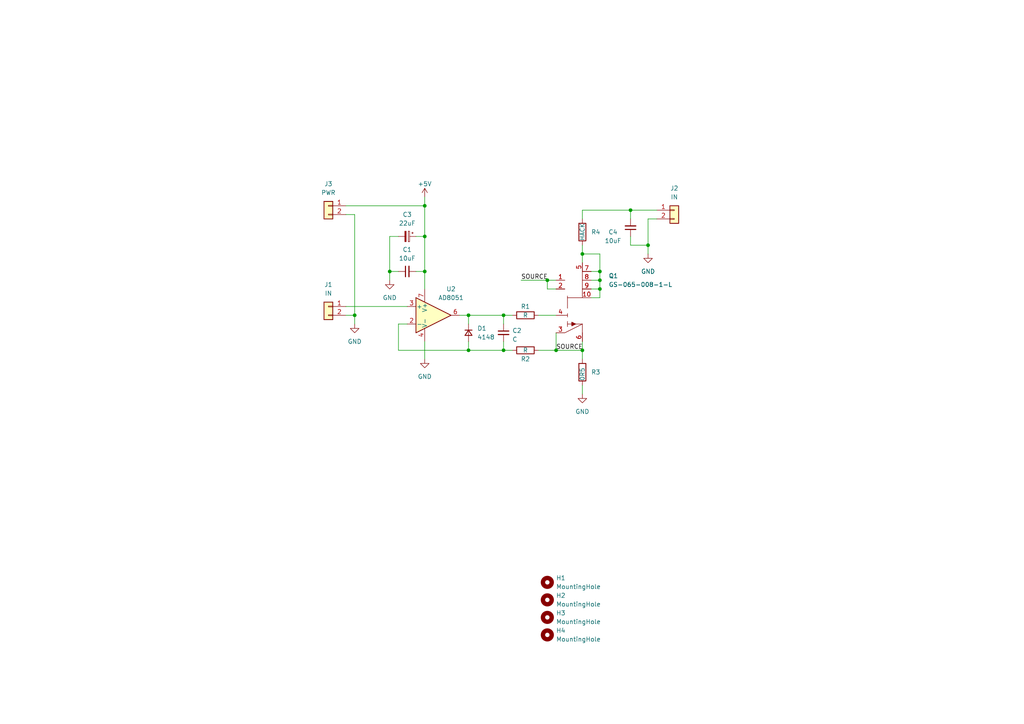
<source format=kicad_sch>
(kicad_sch (version 20230121) (generator eeschema)
  (paper "A4")
  (lib_symbols
    (symbol "Connector_Generic:Conn_01x02" (pin_names (offset 1.016) hide)
      (property "Reference" "J" (at 0 2.54 0))
      (property "Value" "Conn_01x02" (at 0 -5.08 0))
      (symbol "Conn_01x02_1_1"
        (rectangle (start -1.27 -2.413) (end 0 -2.667) (stroke (width 0.1524)))
        (rectangle (start -1.27 0.127) (end 0 -0.127) (stroke (width 0.1524)))
        (rectangle (start -1.27 1.27) (end 1.27 -3.81) (stroke (width 0.254)) (fill (type background)))
        (pin passive line (at -5.08 0 0) (length 3.81) (name "Pin_1") (number "1"))
        (pin passive line (at -5.08 -2.54 0) (length 3.81) (name "Pin_2") (number "2"))
      )
    )
    (symbol "Device:C_Polarized_Small" (pin_numbers hide) (pin_names (offset 0.254) hide)
      (property "Reference" "C" (at 0.254 1.778 0))
      (property "Value" "C_Polarized_Small" (at 0.254 -2.032 0))
      (symbol "C_Polarized_Small_0_1"
        (rectangle (start -1.524 -0.3048) (end 1.524 -0.6858) (fill (type outline)))
        (rectangle (start -1.524 0.6858) (end 1.524 0.3048))
        (polyline (pts (xy -1.27 1.524) (xy -0.762 1.524)))
        (polyline (pts (xy -1.016 1.27) (xy -1.016 1.778)))
      )
      (symbol "C_Polarized_Small_1_1"
        (pin passive line (at 0 2.54 270) (length 1.8542) (name "~") (number "1"))
        (pin passive line (at 0 -2.54 90) (length 1.8542) (name "~") (number "2"))
      )
    )
    (symbol "Device:C_Small" (pin_numbers hide) (pin_names (offset 0.254) hide)
      (property "Reference" "C" (at 0.254 1.778 0))
      (property "Value" "C_Small" (at 0.254 -2.032 0))
      (symbol "C_Small_0_1"
        (polyline (pts (xy -1.524 -0.508) (xy 1.524 -0.508)) (stroke (width 0.3302)))
        (polyline (pts (xy -1.524 0.508) (xy 1.524 0.508)) (stroke (width 0.3048)))
      )
      (symbol "C_Small_1_1"
        (pin passive line (at 0 2.54 270) (length 2.032) (name "~") (number "1"))
        (pin passive line (at 0 -2.54 90) (length 2.032) (name "~") (number "2"))
      )
    )
    (symbol "Device:D_Small" (pin_numbers hide) (pin_names (offset 0.254) hide)
      (property "Reference" "D" (at -1.27 2.032 0))
      (property "Value" "D_Small" (at -3.81 -2.032 0))
      (symbol "D_Small_0_1"
        (polyline (pts (xy -0.762 -1.016) (xy -0.762 1.016)) (stroke (width 0.254)))
        (polyline (pts (xy -0.762 0) (xy 0.762 0)))
        (polyline (pts (xy 0.762 -1.016) (xy -0.762 0) (xy 0.762 1.016) (xy 0.762 -1.016)) (stroke (width 0.254)))
      )
      (symbol "D_Small_1_1"
        (pin passive line (at -2.54 0 0) (length 1.778) (name "K") (number "1"))
        (pin passive line (at 2.54 0 180) (length 1.778) (name "A") (number "2"))
      )
    )
    (symbol "Device:R" (pin_numbers hide) (pin_names (offset 0))
      (property "Reference" "R" (at 2.032 0 90))
      (property "Value" "R" (at 0 0 90))
      (symbol "R_0_1"
        (rectangle (start -1.016 -2.54) (end 1.016 2.54) (stroke (width 0.254)))
      )
      (symbol "R_1_1"
        (pin passive line (at 0 3.81 270) (length 1.27) (name "~") (number "1"))
        (pin passive line (at 0 -3.81 90) (length 1.27) (name "~") (number "2"))
      )
    )
    (symbol "GS-065-008-1-L:GS-065-008-1-L" (pin_names (offset 0.762))
      (property "Reference" "Q" (at 10.16 7.62 0))
      (property "Value" "GS-065-008-1-L" (at 10.16 5.08 0))
      (symbol "GS-065-008-1-L_0_0"
        (pin passive line (at 0 15.24 0) (length 2.54) (name "~") (number "1"))
        (pin passive line (at 10.16 10.16 180) (length 2.54) (name "~") (number "10"))
        (pin passive line (at 0 12.7 0) (length 2.54) (name "~") (number "2"))
        (pin passive line (at 0 0 0) (length 2.54) (name "~") (number "3"))
        (pin passive line (at 0 5.08 0) (length 2.54) (name "~") (number "4"))
        (pin passive line (at 7.62 20.32 270) (length 2.54) (name "~") (number "5"))
        (pin passive line (at 7.62 -2.54 90) (length 2.54) (name "~") (number "6"))
        (pin passive line (at 10.16 17.78 180) (length 2.54) (name "~") (number "7"))
        (pin passive line (at 10.16 15.24 180) (length 2.54) (name "~") (number "8"))
        (pin passive line (at 10.16 12.7 180) (length 2.54) (name "~") (number "9"))
      )
      (symbol "GS-065-008-1-L_0_1"
        (polyline (pts (xy 2.54 0) (xy 7.62 2.54)) (stroke (width 0.1524)))
        (polyline (pts (xy 2.54 5.08) (xy 3.302 5.08)) (stroke (width 0.1524)))
        (polyline (pts (xy 3.302 1.778) (xy 3.302 3.302)) (stroke (width 0.1524)))
        (polyline (pts (xy 3.302 2.54) (xy 7.62 2.54)) (stroke (width 0.1524)))
        (polyline (pts (xy 3.302 4.572) (xy 3.302 5.588)) (stroke (width 0.1524)))
        (polyline (pts (xy 3.302 10.668) (xy 3.302 7.112)) (stroke (width 0.1524)))
        (polyline (pts (xy 7.62 2.54) (xy 7.62 0)) (stroke (width 0.1524)))
        (polyline (pts (xy 7.62 10.16) (xy 3.302 10.16)) (stroke (width 0.1524)))
        (polyline (pts (xy 7.62 10.16) (xy 7.62 17.78)) (stroke (width 0.1524)))
        (polyline (pts (xy 5.588 2.54) (xy 4.572 2.032) (xy 4.572 3.048) (xy 5.588 2.54)) (stroke (width 0.254)) (fill (type outline)))
      )
    )
    (symbol "Mechanical:MountingHole" (pin_names (offset 1.016))
      (property "Reference" "H" (at 0 5.08 0))
      (property "Value" "MountingHole" (at 0 3.175 0))
      (symbol "MountingHole_0_1"
        (circle (center 0 0) (radius 1.27) (stroke (width 1.27)))
      )
    )
    (symbol "OP07_1" (pin_names (offset 0.127))
      (property "Reference" "U2" (at 8.89 4.1909 0))
      (property "Value" "OP07" (at 8.89 1.6509 0))
      (symbol "OP07_1_0_1"
        (polyline (pts (xy -5.08 5.08) (xy 5.08 0) (xy -5.08 -5.08) (xy -5.08 5.08)) (stroke (width 0.254)) (fill (type background)))
      )
      (symbol "OP07_1_1_1"
        (pin input line (at 0 -7.62 90) (length 5.08) hide (name "VOS") (number "1"))
        (pin input line (at -7.62 -2.54 0) (length 2.54) (name "-") (number "2"))
        (pin input line (at -7.62 2.54 0) (length 2.54) (name "+") (number "3"))
        (pin power_in line (at -2.54 -7.62 90) (length 3.81) (name "V-") (number "4"))
        (pin no_connect line (at 0 2.54 270) (length 2.54) hide (name "NC") (number "5"))
        (pin output line (at 7.62 0 180) (length 2.54) (name "~") (number "6"))
        (pin power_in line (at -2.54 7.62 270) (length 3.81) (name "V+") (number "7"))
        (pin input line (at 2.54 -7.62 90) (length 6.35) hide (name "VOS") (number "8"))
      )
    )
    (symbol "power:+5V" (power) (pin_names (offset 0))
      (property "Value" "+5V" (at 0 3.556 0))
      (symbol "+5V_0_1"
        (polyline (pts (xy -0.762 1.27) (xy 0 2.54)))
        (polyline (pts (xy 0 0) (xy 0 2.54)))
        (polyline (pts (xy 0 2.54) (xy 0.762 1.27)))
      )
      (symbol "+5V_1_1"
        (pin power_in line (at 0 0 90) (length 0) hide (name "+5V") (number "1"))
      )
    )
    (symbol "power:GND" (power) (pin_names (offset 0))
      (property "Value" "GND" (at 0 -3.81 0))
      (symbol "GND_0_1"
        (polyline (pts (xy 0 0) (xy 0 -1.27) (xy 1.27 -1.27) (xy 0 -2.54) (xy -1.27 -1.27) (xy 0 -1.27)))
      )
      (symbol "GND_1_1"
        (pin power_in line (at 0 0 270) (length 0) hide (name "GND") (number "1"))
      )
    )
  )
  (junction (at 158.75 81.28))
  (junction (at 187.96 71.12))
  (junction (at 123.19 59.69))
  (junction (at 102.87 91.44))
  (junction (at 146.05 91.44))
  (junction (at 168.91 73.66))
  (junction (at 173.99 83.82))
  (junction (at 135.89 91.44))
  (junction (at 161.29 101.6))
  (junction (at 168.91 101.6))
  (junction (at 135.89 101.6))
  (junction (at 113.03 78.74))
  (junction (at 182.88 60.96))
  (junction (at 173.99 78.74))
  (junction (at 146.05 101.6))
  (junction (at 173.99 81.28))
  (junction (at 123.19 68.58))
  (junction (at 123.19 78.74))
  (wire (pts (xy 100.33 59.69) (xy 123.19 59.69)))
  (wire (pts (xy 100.33 91.44) (xy 102.87 91.44)))
  (wire (pts (xy 161.29 101.6) (xy 168.91 101.6)))
  (wire (pts (xy 173.99 81.28) (xy 173.99 78.74)))
  (wire (pts (xy 115.57 101.6) (xy 135.89 101.6)))
  (wire (pts (xy 173.99 78.74) (xy 173.99 73.66)))
  (wire (pts (xy 115.57 68.58) (xy 113.03 68.58)))
  (wire (pts (xy 173.99 86.36) (xy 173.99 83.82)))
  (wire (pts (xy 171.45 78.74) (xy 173.99 78.74)))
  (wire (pts (xy 113.03 81.28) (xy 113.03 78.74)))
  (wire (pts (xy 123.19 99.06) (xy 123.19 104.14)))
  (wire (pts (xy 133.35 91.44) (xy 135.89 91.44)))
  (wire (pts (xy 161.29 96.52) (xy 161.29 101.6)))
  (wire (pts (xy 168.91 101.6) (xy 168.91 104.14)))
  (wire (pts (xy 168.91 71.12) (xy 168.91 73.66)))
  (wire (pts (xy 123.19 57.15) (xy 123.19 59.69)))
  (wire (pts (xy 187.96 73.66) (xy 187.96 71.12)))
  (wire (pts (xy 182.88 71.12) (xy 187.96 71.12)))
  (wire (pts (xy 115.57 93.98) (xy 115.57 101.6)))
  (wire (pts (xy 173.99 83.82) (xy 173.99 81.28)))
  (wire (pts (xy 182.88 60.96) (xy 168.91 60.96)))
  (wire (pts (xy 118.11 93.98) (xy 115.57 93.98)))
  (wire (pts (xy 123.19 78.74) (xy 123.19 83.82)))
  (wire (pts (xy 100.33 88.9) (xy 118.11 88.9)))
  (wire (pts (xy 161.29 83.82) (xy 158.75 83.82)))
  (wire (pts (xy 168.91 73.66) (xy 168.91 76.2)))
  (wire (pts (xy 156.21 101.6) (xy 161.29 101.6)))
  (wire (pts (xy 135.89 99.06) (xy 135.89 101.6)))
  (wire (pts (xy 113.03 68.58) (xy 113.03 78.74)))
  (wire (pts (xy 123.19 68.58) (xy 120.65 68.58)))
  (wire (pts (xy 123.19 59.69) (xy 123.19 68.58)))
  (wire (pts (xy 187.96 63.5) (xy 187.96 71.12)))
  (wire (pts (xy 102.87 62.23) (xy 102.87 91.44)))
  (wire (pts (xy 146.05 91.44) (xy 148.59 91.44)))
  (wire (pts (xy 146.05 101.6) (xy 148.59 101.6)))
  (wire (pts (xy 102.87 91.44) (xy 102.87 93.98)))
  (wire (pts (xy 156.21 91.44) (xy 161.29 91.44)))
  (wire (pts (xy 158.75 81.28) (xy 158.75 83.82)))
  (wire (pts (xy 168.91 99.06) (xy 168.91 101.6)))
  (wire (pts (xy 151.13 81.28) (xy 158.75 81.28)))
  (wire (pts (xy 146.05 91.44) (xy 146.05 93.98)))
  (wire (pts (xy 135.89 101.6) (xy 146.05 101.6)))
  (wire (pts (xy 113.03 78.74) (xy 115.57 78.74)))
  (wire (pts (xy 171.45 81.28) (xy 173.99 81.28)))
  (wire (pts (xy 173.99 73.66) (xy 168.91 73.66)))
  (wire (pts (xy 100.33 62.23) (xy 102.87 62.23)))
  (wire (pts (xy 168.91 114.3) (xy 168.91 111.76)))
  (wire (pts (xy 190.5 63.5) (xy 187.96 63.5)))
  (wire (pts (xy 146.05 99.06) (xy 146.05 101.6)))
  (wire (pts (xy 171.45 83.82) (xy 173.99 83.82)))
  (wire (pts (xy 190.5 60.96) (xy 182.88 60.96)))
  (wire (pts (xy 123.19 68.58) (xy 123.19 78.74)))
  (wire (pts (xy 182.88 68.58) (xy 182.88 71.12)))
  (wire (pts (xy 135.89 91.44) (xy 146.05 91.44)))
  (wire (pts (xy 135.89 91.44) (xy 135.89 93.98)))
  (wire (pts (xy 171.45 86.36) (xy 173.99 86.36)))
  (wire (pts (xy 168.91 60.96) (xy 168.91 63.5)))
  (wire (pts (xy 158.75 81.28) (xy 161.29 81.28)))
  (wire (pts (xy 182.88 60.96) (xy 182.88 63.5)))
  (wire (pts (xy 120.65 78.74) (xy 123.19 78.74)))
  (label "SOURCE" (at 161.29 101.6 0))
  (label "SOURCE" (at 151.13 81.28 0))
  (symbol (lib_id "power:GND") (at 187.96 73.66 0) (mirror y) (unit 1)
    (property "Reference" "#PWR07" (effects hide))
    (property "Value" "GND" (at 187.96 78.74 0))
  )
  (symbol (lib_id "Connector_Generic:Conn_01x02") (at 95.25 59.69 0) (mirror y) (unit 1)
    (property "Reference" "J3" (at 95.25 53.34 0))
    (property "Value" "PWR" (at 95.25 55.88 0))
    (property "Footprint" "Connector_PinHeader_2.54mm:PinHeader_1x02_P2.54mm_Vertical" (effects hide))
  )
  (symbol (lib_id "Device:D_Small") (at 135.89 96.52 270) (unit 1)
    (property "Reference" "D1" (at 138.43 95.25 90) (effects (justify left)))
    (property "Value" "4148" (at 138.43 97.79 90) (effects (justify left)))
    (property "Footprint" "Diode_SMD:D_SOD-323" (effects hide))
    (property "Sim.Device" "D" (effects hide))
    (property "Sim.Pins" "1=K 2=A" (effects hide))
  )
  (symbol (lib_id "Mechanical:MountingHole") (at 158.75 168.91 0) (unit 1)
    (property "Reference" "H1" (at 161.29 167.64 0) (effects (justify left)))
    (property "Value" "MountingHole" (at 161.29 170.18 0) (effects (justify left)))
    (property "Footprint" "MountingHole:MountingHole_3.2mm_M3_Pad_Via" (effects hide))
  )
  (symbol (lib_name "OP07_1") (lib_id "Amplifier_Operational:OP07") (at 125.73 91.44 0) (unit 1)
    (property "Reference" "U2" (at 130.81 83.82 0))
    (property "Value" "AD8051" (at 130.81 86.36 0))
    (property "Datasheet" "https://www.analog.com/media/en/technical-documentation/data-sheets/OP07.pdf" (effects hide))
  )
  (symbol (lib_id "Device:C_Small") (at 146.05 96.52 0) (unit 1)
    (property "Reference" "C2" (at 148.59 95.8913 0) (effects (justify left)))
    (property "Value" "C" (at 148.59 98.4313 0) (effects (justify left)))
    (property "Footprint" "Capacitor_SMD:C_0603_1608Metric" (effects hide))
  )
  (symbol (lib_id "Connector_Generic:Conn_01x02") (at 195.58 60.96 0) (unit 1)
    (property "Reference" "J2" (at 195.58 54.61 0))
    (property "Value" "IN" (at 195.58 57.15 0))
    (property "Footprint" "Connector_PinHeader_2.54mm:PinHeader_1x02_P2.54mm_Vertical" (effects hide))
  )
  (symbol (lib_id "Device:C_Polarized_Small") (at 118.11 68.58 270) (unit 1)
    (property "Reference" "C3" (at 118.11 62.23 90))
    (property "Value" "22uF" (at 118.11 64.77 90))
    (property "Footprint" "Capacitor_THT:CP_Radial_D5.0mm_P2.50mm" (effects hide))
  )
  (symbol (lib_id "Device:R") (at 152.4 91.44 90) (unit 1)
    (property "Reference" "R1" (at 152.4 88.9 90))
    (property "Value" "R" (at 152.4 91.44 90))
    (property "Footprint" "Resistor_SMD:R_0603_1608Metric" (effects hide))
  )
  (symbol (lib_id "Device:R") (at 168.91 67.31 0) (unit 1)
    (property "Reference" "R4" (at 171.45 67.31 0) (effects (justify left)))
    (property "Value" "HACK" (at 168.91 69.85 90) (effects (justify left)))
    (property "Footprint" "Resistor_SMD:R_2512_6332Metric" (effects hide))
  )
  (symbol (lib_id "power:+5V") (at 123.19 57.15 0) (unit 1)
    (property "Reference" "#PWR02" (effects hide))
    (property "Value" "+5V" (at 123.19 53.34 0))
  )
  (symbol (lib_id "power:GND") (at 113.03 81.28 0) (unit 1)
    (property "Reference" "#PWR03" (effects hide))
    (property "Value" "GND" (at 113.03 86.36 0))
  )
  (symbol (lib_id "Device:C_Small") (at 182.88 66.04 180) (unit 1)
    (property "Reference" "C4" (at 177.8 67.31 0))
    (property "Value" "10uF" (at 177.8 69.85 0))
    (property "Footprint" "Capacitor_SMD:C_0603_1608Metric" (effects hide))
  )
  (symbol (lib_id "Device:R") (at 152.4 101.6 90) (unit 1)
    (property "Reference" "R2" (at 152.4 104.14 90))
    (property "Value" "R" (at 152.4 101.6 90))
    (property "Footprint" "Resistor_SMD:R_0603_1608Metric" (effects hide))
  )
  (symbol (lib_id "Connector_Generic:Conn_01x02") (at 95.25 88.9 0) (mirror y) (unit 1)
    (property "Reference" "J1" (at 95.25 82.55 0))
    (property "Value" "IN" (at 95.25 85.09 0))
    (property "Footprint" "Connector_PinHeader_2.54mm:PinHeader_1x02_P2.54mm_Vertical" (effects hide))
  )
  (symbol (lib_id "Mechanical:MountingHole") (at 158.75 184.15 0) (unit 1)
    (property "Reference" "H4" (at 161.29 182.88 0) (effects (justify left)))
    (property "Value" "MountingHole" (at 161.29 185.42 0) (effects (justify left)))
    (property "Footprint" "MountingHole:MountingHole_3.2mm_M3_Pad_Via" (effects hide))
  )
  (symbol (lib_id "power:GND") (at 123.19 104.14 0) (unit 1)
    (property "Reference" "#PWR01" (effects hide))
    (property "Value" "GND" (at 123.19 109.22 0))
  )
  (symbol (lib_id "Device:R") (at 168.91 107.95 0) (unit 1)
    (property "Reference" "R3" (at 171.45 107.95 0) (effects (justify left)))
    (property "Value" "0R5" (at 168.91 110.49 90) (effects (justify left)))
    (property "Footprint" "Resistor_SMD:R_2512_6332Metric" (effects hide))
  )
  (symbol (lib_id "Mechanical:MountingHole") (at 158.75 173.99 0) (unit 1)
    (property "Reference" "H2" (at 161.29 172.72 0) (effects (justify left)))
    (property "Value" "MountingHole" (at 161.29 175.26 0) (effects (justify left)))
    (property "Footprint" "MountingHole:MountingHole_3.2mm_M3_Pad_Via" (effects hide))
  )
  (symbol (lib_id "power:GND") (at 102.87 93.98 0) (unit 1)
    (property "Reference" "#PWR04" (effects hide))
    (property "Value" "GND" (at 102.87 99.06 0))
  )
  (symbol (lib_id "Device:C_Small") (at 118.11 78.74 90) (unit 1)
    (property "Reference" "C1" (at 118.11 72.39 90))
    (property "Value" "10uF" (at 118.11 74.93 90))
    (property "Footprint" "Capacitor_SMD:C_0603_1608Metric" (effects hide))
  )
  (symbol (lib_id "power:GND") (at 168.91 114.3 0) (unit 1)
    (property "Reference" "#PWR05" (effects hide))
    (property "Value" "GND" (at 168.91 119.38 0))
  )
  (symbol (lib_id "GS-065-008-1-L:GS-065-008-1-L") (at 161.29 96.52 0) (unit 1)
    (property "Reference" "Q1" (at 176.53 80.01 0) (effects (justify left)))
    (property "Value" "GS-065-008-1-L" (at 176.53 82.55 0) (effects (justify left)))
    (property "Footprint" "GS-065-008-1-L:GS0650081L" (effects hide))
    (property "Datasheet" "https://gansystems.com/wp-content/uploads/2021/12/GS-065-008-1-L-DS-Rev-210104.pdf" (effects hide))
    (property "Description" "650V, 8A, Enhancement mode GaN Transistor, 5x6 PDFN, Bottom-side cooled" (effects hide))
    (property "Manufacturer_Name" "GaN Systems" (effects hide))
    (property "Manufacturer_Part_Number" "GS-065-008-1-L" (effects hide))
    (property "Mouser Part Number" "499-GS-065-008-1-L" (effects hide))
    (property "Mouser Price/Stock" "https://www.mouser.co.uk/ProductDetail/GaN-Systems/GS-065-008-1-L?qs=2WXlatMagcF2TIzlh%2FwoDw%3D%3D" (effects hide))
  )
  (symbol (lib_id "Mechanical:MountingHole") (at 158.75 179.07 0) (unit 1)
    (property "Reference" "H3" (at 161.29 177.8 0) (effects (justify left)))
    (property "Value" "MountingHole" (at 161.29 180.34 0) (effects (justify left)))
    (property "Footprint" "MountingHole:MountingHole_3.2mm_M3_Pad_Via" (effects hide))
  )
)
</source>
